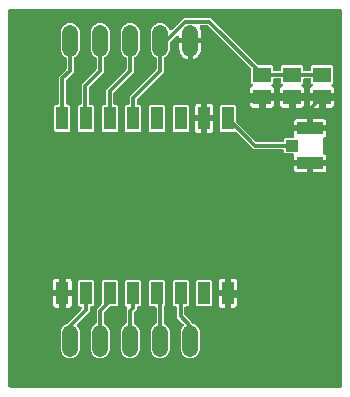
<source format=gbr>
G04 EAGLE Gerber RS-274X export*
G75*
%MOMM*%
%FSLAX34Y34*%
%LPD*%
%INTop Copper*%
%IPPOS*%
%AMOC8*
5,1,8,0,0,1.08239X$1,22.5*%
G01*
%ADD10R,1.050000X1.000000*%
%ADD11R,2.200000X1.050000*%
%ADD12R,1.050000X1.950000*%
%ADD13C,1.320800*%
%ADD14R,1.500000X1.300000*%
%ADD15C,0.304800*%

G36*
X711226Y-14220D02*
X711226Y-14220D01*
X711252Y-14222D01*
X711399Y-14200D01*
X711546Y-14183D01*
X711571Y-14175D01*
X711597Y-14171D01*
X711735Y-14116D01*
X711874Y-14066D01*
X711896Y-14052D01*
X711921Y-14042D01*
X712042Y-13957D01*
X712167Y-13877D01*
X712185Y-13858D01*
X712207Y-13843D01*
X712306Y-13733D01*
X712409Y-13626D01*
X712423Y-13604D01*
X712440Y-13584D01*
X712512Y-13454D01*
X712588Y-13327D01*
X712596Y-13302D01*
X712609Y-13279D01*
X712649Y-13136D01*
X712694Y-12995D01*
X712696Y-12969D01*
X712704Y-12944D01*
X712723Y-12700D01*
X712723Y304800D01*
X712720Y304826D01*
X712722Y304852D01*
X712700Y304999D01*
X712683Y305146D01*
X712675Y305171D01*
X712671Y305197D01*
X712616Y305335D01*
X712566Y305474D01*
X712552Y305496D01*
X712542Y305521D01*
X712457Y305642D01*
X712377Y305767D01*
X712358Y305785D01*
X712343Y305807D01*
X712233Y305906D01*
X712126Y306009D01*
X712104Y306023D01*
X712084Y306040D01*
X711954Y306112D01*
X711827Y306188D01*
X711802Y306196D01*
X711779Y306209D01*
X711636Y306249D01*
X711495Y306294D01*
X711469Y306296D01*
X711444Y306304D01*
X711200Y306323D01*
X431800Y306323D01*
X431774Y306320D01*
X431748Y306322D01*
X431601Y306300D01*
X431454Y306283D01*
X431429Y306275D01*
X431403Y306271D01*
X431265Y306216D01*
X431126Y306166D01*
X431104Y306152D01*
X431079Y306142D01*
X430958Y306057D01*
X430833Y305977D01*
X430815Y305958D01*
X430793Y305943D01*
X430694Y305833D01*
X430591Y305726D01*
X430577Y305704D01*
X430560Y305684D01*
X430488Y305554D01*
X430412Y305427D01*
X430404Y305402D01*
X430391Y305379D01*
X430351Y305236D01*
X430306Y305095D01*
X430304Y305069D01*
X430296Y305044D01*
X430277Y304800D01*
X430277Y-12700D01*
X430280Y-12726D01*
X430278Y-12752D01*
X430300Y-12899D01*
X430317Y-13046D01*
X430325Y-13071D01*
X430329Y-13097D01*
X430384Y-13235D01*
X430434Y-13374D01*
X430448Y-13396D01*
X430458Y-13421D01*
X430543Y-13542D01*
X430623Y-13667D01*
X430642Y-13685D01*
X430657Y-13707D01*
X430767Y-13806D01*
X430874Y-13909D01*
X430896Y-13923D01*
X430916Y-13940D01*
X431046Y-14012D01*
X431173Y-14088D01*
X431198Y-14096D01*
X431221Y-14109D01*
X431364Y-14149D01*
X431505Y-14194D01*
X431531Y-14196D01*
X431556Y-14204D01*
X431800Y-14223D01*
X711200Y-14223D01*
X711226Y-14220D01*
G37*
%LPC*%
G36*
X530218Y202425D02*
X530218Y202425D01*
X529325Y203318D01*
X529325Y224082D01*
X530218Y224975D01*
X531528Y224975D01*
X531554Y224978D01*
X531580Y224976D01*
X531727Y224998D01*
X531874Y225015D01*
X531899Y225023D01*
X531925Y225027D01*
X532063Y225082D01*
X532202Y225132D01*
X532224Y225146D01*
X532249Y225156D01*
X532370Y225241D01*
X532495Y225321D01*
X532513Y225340D01*
X532535Y225355D01*
X532634Y225465D01*
X532737Y225572D01*
X532751Y225594D01*
X532768Y225614D01*
X532840Y225744D01*
X532916Y225871D01*
X532924Y225896D01*
X532937Y225919D01*
X532977Y226062D01*
X533022Y226203D01*
X533024Y226229D01*
X533032Y226254D01*
X533051Y226498D01*
X533051Y232563D01*
X555305Y254817D01*
X555384Y254916D01*
X555468Y255010D01*
X555492Y255052D01*
X555522Y255090D01*
X555576Y255204D01*
X555637Y255315D01*
X555650Y255361D01*
X555671Y255405D01*
X555697Y255528D01*
X555732Y255650D01*
X555737Y255711D01*
X555744Y255746D01*
X555743Y255794D01*
X555751Y255894D01*
X555751Y264243D01*
X555743Y264318D01*
X555744Y264395D01*
X555723Y264491D01*
X555711Y264589D01*
X555686Y264661D01*
X555669Y264735D01*
X555627Y264824D01*
X555594Y264917D01*
X555552Y264981D01*
X555520Y265050D01*
X555458Y265127D01*
X555405Y265210D01*
X555350Y265263D01*
X555302Y265323D01*
X555225Y265383D01*
X555154Y265452D01*
X555089Y265491D01*
X555029Y265538D01*
X554895Y265607D01*
X554855Y265631D01*
X554837Y265636D01*
X554811Y265650D01*
X554195Y265905D01*
X551909Y268191D01*
X550671Y271179D01*
X550671Y287621D01*
X551909Y290609D01*
X554195Y292895D01*
X557183Y294133D01*
X560417Y294133D01*
X563405Y292895D01*
X565691Y290609D01*
X566328Y289072D01*
X566401Y288941D01*
X566470Y288807D01*
X566485Y288788D01*
X566497Y288767D01*
X566598Y288656D01*
X566695Y288541D01*
X566715Y288527D01*
X566731Y288509D01*
X566855Y288424D01*
X566976Y288334D01*
X566998Y288325D01*
X567018Y288311D01*
X567158Y288256D01*
X567296Y288196D01*
X567320Y288192D01*
X567342Y288183D01*
X567491Y288161D01*
X567639Y288135D01*
X567663Y288136D01*
X567687Y288132D01*
X567837Y288145D01*
X567987Y288152D01*
X568010Y288159D01*
X568034Y288161D01*
X568177Y288207D01*
X568322Y288249D01*
X568343Y288261D01*
X568366Y288268D01*
X568495Y288346D01*
X568626Y288419D01*
X568648Y288438D01*
X568664Y288448D01*
X568698Y288481D01*
X568812Y288578D01*
X576707Y296473D01*
X578939Y298705D01*
X601567Y298705D01*
X641001Y259271D01*
X641100Y259192D01*
X641194Y259108D01*
X641236Y259084D01*
X641274Y259054D01*
X641388Y259000D01*
X641499Y258939D01*
X641545Y258926D01*
X641589Y258905D01*
X641712Y258879D01*
X641834Y258844D01*
X641895Y258839D01*
X641930Y258832D01*
X641978Y258833D01*
X642078Y258825D01*
X653292Y258825D01*
X654185Y257932D01*
X654185Y255372D01*
X654187Y255354D01*
X654186Y255340D01*
X654187Y255333D01*
X654186Y255320D01*
X654208Y255173D01*
X654225Y255026D01*
X654233Y255001D01*
X654237Y254975D01*
X654292Y254837D01*
X654342Y254698D01*
X654356Y254676D01*
X654366Y254651D01*
X654451Y254530D01*
X654531Y254405D01*
X654550Y254387D01*
X654565Y254365D01*
X654675Y254266D01*
X654782Y254163D01*
X654804Y254149D01*
X654824Y254132D01*
X654954Y254060D01*
X655081Y253984D01*
X655106Y253976D01*
X655129Y253963D01*
X655272Y253923D01*
X655413Y253878D01*
X655439Y253876D01*
X655464Y253868D01*
X655708Y253849D01*
X660012Y253849D01*
X660038Y253852D01*
X660064Y253850D01*
X660211Y253872D01*
X660358Y253889D01*
X660383Y253897D01*
X660409Y253901D01*
X660547Y253956D01*
X660686Y254006D01*
X660708Y254020D01*
X660733Y254030D01*
X660854Y254115D01*
X660979Y254195D01*
X660997Y254214D01*
X661019Y254229D01*
X661118Y254339D01*
X661221Y254446D01*
X661235Y254468D01*
X661252Y254488D01*
X661324Y254618D01*
X661400Y254745D01*
X661408Y254770D01*
X661421Y254793D01*
X661461Y254936D01*
X661506Y255077D01*
X661508Y255103D01*
X661516Y255128D01*
X661535Y255372D01*
X661535Y257932D01*
X662428Y258825D01*
X678692Y258825D01*
X679585Y257932D01*
X679585Y255372D01*
X679587Y255354D01*
X679586Y255340D01*
X679587Y255333D01*
X679586Y255320D01*
X679608Y255173D01*
X679625Y255026D01*
X679633Y255001D01*
X679637Y254975D01*
X679692Y254837D01*
X679742Y254698D01*
X679756Y254676D01*
X679766Y254651D01*
X679851Y254530D01*
X679931Y254405D01*
X679950Y254387D01*
X679965Y254365D01*
X680075Y254266D01*
X680182Y254163D01*
X680204Y254149D01*
X680224Y254132D01*
X680354Y254060D01*
X680481Y253984D01*
X680506Y253976D01*
X680529Y253963D01*
X680672Y253923D01*
X680813Y253878D01*
X680839Y253876D01*
X680864Y253868D01*
X681108Y253849D01*
X685412Y253849D01*
X685438Y253852D01*
X685464Y253850D01*
X685611Y253872D01*
X685758Y253889D01*
X685783Y253897D01*
X685809Y253901D01*
X685947Y253956D01*
X686086Y254006D01*
X686108Y254020D01*
X686133Y254030D01*
X686254Y254115D01*
X686379Y254195D01*
X686397Y254214D01*
X686419Y254229D01*
X686518Y254339D01*
X686621Y254446D01*
X686635Y254468D01*
X686652Y254488D01*
X686724Y254618D01*
X686800Y254745D01*
X686808Y254770D01*
X686821Y254793D01*
X686861Y254936D01*
X686906Y255077D01*
X686908Y255103D01*
X686916Y255128D01*
X686935Y255372D01*
X686935Y257932D01*
X687828Y258825D01*
X704092Y258825D01*
X704985Y257932D01*
X704985Y243668D01*
X704287Y242971D01*
X704255Y242930D01*
X704217Y242896D01*
X704147Y242795D01*
X704070Y242698D01*
X704048Y242651D01*
X704019Y242609D01*
X703974Y242494D01*
X703921Y242382D01*
X703911Y242333D01*
X703892Y242285D01*
X703874Y242163D01*
X703848Y242042D01*
X703849Y241991D01*
X703841Y241940D01*
X703852Y241817D01*
X703854Y241693D01*
X703866Y241644D01*
X703871Y241593D01*
X703909Y241475D01*
X703939Y241355D01*
X703962Y241310D01*
X703978Y241261D01*
X704042Y241155D01*
X704099Y241046D01*
X704132Y241007D01*
X704158Y240963D01*
X704244Y240874D01*
X704324Y240780D01*
X704365Y240750D01*
X704401Y240713D01*
X704602Y240574D01*
X705020Y240333D01*
X705493Y239860D01*
X705828Y239281D01*
X706001Y238635D01*
X706001Y234847D01*
X697484Y234847D01*
X697458Y234844D01*
X697432Y234846D01*
X697285Y234824D01*
X697138Y234807D01*
X697113Y234798D01*
X697087Y234795D01*
X696949Y234740D01*
X696810Y234690D01*
X696788Y234676D01*
X696763Y234666D01*
X696642Y234581D01*
X696517Y234501D01*
X696499Y234482D01*
X696477Y234467D01*
X696378Y234357D01*
X696275Y234250D01*
X696261Y234228D01*
X696244Y234208D01*
X696172Y234078D01*
X696096Y233951D01*
X696088Y233926D01*
X696075Y233903D01*
X696035Y233760D01*
X695990Y233619D01*
X695988Y233593D01*
X695980Y233568D01*
X695961Y233324D01*
X695961Y231799D01*
X695959Y231799D01*
X695959Y233324D01*
X695956Y233350D01*
X695958Y233376D01*
X695936Y233523D01*
X695919Y233670D01*
X695910Y233695D01*
X695907Y233721D01*
X695852Y233859D01*
X695802Y233998D01*
X695788Y234020D01*
X695778Y234045D01*
X695693Y234166D01*
X695613Y234291D01*
X695594Y234309D01*
X695579Y234331D01*
X695469Y234430D01*
X695362Y234533D01*
X695340Y234547D01*
X695320Y234564D01*
X695190Y234636D01*
X695063Y234712D01*
X695038Y234720D01*
X695015Y234733D01*
X694872Y234773D01*
X694731Y234818D01*
X694705Y234820D01*
X694680Y234828D01*
X694436Y234847D01*
X685919Y234847D01*
X685919Y238635D01*
X686092Y239281D01*
X686427Y239860D01*
X686900Y240333D01*
X687318Y240574D01*
X687359Y240605D01*
X687404Y240628D01*
X687498Y240708D01*
X687598Y240782D01*
X687631Y240821D01*
X687669Y240854D01*
X687743Y240953D01*
X687823Y241048D01*
X687846Y241093D01*
X687877Y241134D01*
X687926Y241248D01*
X687982Y241358D01*
X687994Y241407D01*
X688015Y241454D01*
X688036Y241576D01*
X688066Y241696D01*
X688067Y241747D01*
X688076Y241797D01*
X688070Y241921D01*
X688072Y242044D01*
X688061Y242094D01*
X688058Y242145D01*
X688024Y242264D01*
X687998Y242385D01*
X687976Y242431D01*
X687962Y242480D01*
X687901Y242588D01*
X687848Y242700D01*
X687817Y242740D01*
X687792Y242784D01*
X687633Y242971D01*
X686935Y243668D01*
X686935Y246228D01*
X686932Y246254D01*
X686934Y246280D01*
X686912Y246427D01*
X686895Y246574D01*
X686887Y246599D01*
X686883Y246625D01*
X686828Y246763D01*
X686778Y246902D01*
X686764Y246924D01*
X686754Y246949D01*
X686669Y247070D01*
X686589Y247195D01*
X686570Y247213D01*
X686555Y247235D01*
X686445Y247334D01*
X686338Y247437D01*
X686316Y247451D01*
X686296Y247468D01*
X686166Y247540D01*
X686039Y247616D01*
X686014Y247624D01*
X685991Y247637D01*
X685848Y247677D01*
X685707Y247722D01*
X685681Y247724D01*
X685656Y247732D01*
X685412Y247751D01*
X681108Y247751D01*
X681082Y247748D01*
X681056Y247750D01*
X680909Y247728D01*
X680762Y247711D01*
X680737Y247703D01*
X680711Y247699D01*
X680573Y247644D01*
X680434Y247594D01*
X680412Y247580D01*
X680387Y247570D01*
X680266Y247485D01*
X680141Y247405D01*
X680123Y247386D01*
X680101Y247371D01*
X680002Y247261D01*
X679899Y247154D01*
X679885Y247132D01*
X679868Y247112D01*
X679796Y246982D01*
X679720Y246855D01*
X679712Y246830D01*
X679699Y246807D01*
X679659Y246664D01*
X679614Y246523D01*
X679612Y246497D01*
X679604Y246472D01*
X679585Y246228D01*
X679585Y243668D01*
X678887Y242971D01*
X678855Y242930D01*
X678817Y242896D01*
X678747Y242795D01*
X678670Y242698D01*
X678648Y242651D01*
X678619Y242609D01*
X678574Y242494D01*
X678521Y242382D01*
X678511Y242333D01*
X678492Y242285D01*
X678474Y242163D01*
X678448Y242042D01*
X678449Y241991D01*
X678441Y241940D01*
X678452Y241817D01*
X678454Y241693D01*
X678466Y241644D01*
X678471Y241593D01*
X678509Y241475D01*
X678539Y241355D01*
X678562Y241310D01*
X678578Y241261D01*
X678642Y241155D01*
X678699Y241046D01*
X678732Y241007D01*
X678758Y240963D01*
X678844Y240874D01*
X678924Y240780D01*
X678965Y240750D01*
X679001Y240713D01*
X679202Y240574D01*
X679620Y240333D01*
X680093Y239860D01*
X680428Y239281D01*
X680601Y238635D01*
X680601Y234847D01*
X672084Y234847D01*
X672058Y234844D01*
X672032Y234846D01*
X671885Y234824D01*
X671738Y234807D01*
X671713Y234798D01*
X671687Y234795D01*
X671549Y234740D01*
X671410Y234690D01*
X671388Y234676D01*
X671363Y234666D01*
X671242Y234581D01*
X671117Y234501D01*
X671099Y234482D01*
X671077Y234467D01*
X670978Y234357D01*
X670875Y234250D01*
X670861Y234228D01*
X670844Y234208D01*
X670772Y234078D01*
X670696Y233951D01*
X670688Y233926D01*
X670675Y233903D01*
X670635Y233760D01*
X670590Y233619D01*
X670588Y233593D01*
X670580Y233568D01*
X670561Y233324D01*
X670561Y231799D01*
X670559Y231799D01*
X670559Y233324D01*
X670556Y233350D01*
X670558Y233376D01*
X670536Y233523D01*
X670519Y233670D01*
X670510Y233695D01*
X670507Y233721D01*
X670452Y233859D01*
X670402Y233998D01*
X670388Y234020D01*
X670378Y234045D01*
X670293Y234166D01*
X670213Y234291D01*
X670194Y234309D01*
X670179Y234331D01*
X670069Y234430D01*
X669962Y234533D01*
X669940Y234547D01*
X669920Y234564D01*
X669790Y234636D01*
X669663Y234712D01*
X669638Y234720D01*
X669615Y234733D01*
X669472Y234773D01*
X669331Y234818D01*
X669305Y234820D01*
X669280Y234828D01*
X669036Y234847D01*
X660519Y234847D01*
X660519Y238635D01*
X660692Y239281D01*
X661027Y239860D01*
X661500Y240333D01*
X661918Y240574D01*
X661959Y240605D01*
X662004Y240628D01*
X662098Y240708D01*
X662198Y240782D01*
X662231Y240821D01*
X662269Y240854D01*
X662343Y240953D01*
X662423Y241048D01*
X662446Y241093D01*
X662477Y241134D01*
X662526Y241248D01*
X662582Y241358D01*
X662594Y241407D01*
X662615Y241454D01*
X662636Y241576D01*
X662666Y241696D01*
X662667Y241747D01*
X662676Y241797D01*
X662670Y241921D01*
X662672Y242044D01*
X662661Y242094D01*
X662658Y242145D01*
X662624Y242264D01*
X662598Y242385D01*
X662576Y242431D01*
X662562Y242480D01*
X662501Y242588D01*
X662448Y242700D01*
X662417Y242740D01*
X662392Y242784D01*
X662233Y242971D01*
X661535Y243668D01*
X661535Y246228D01*
X661532Y246254D01*
X661534Y246280D01*
X661512Y246427D01*
X661495Y246574D01*
X661487Y246599D01*
X661483Y246625D01*
X661428Y246763D01*
X661378Y246902D01*
X661364Y246924D01*
X661354Y246949D01*
X661269Y247070D01*
X661189Y247195D01*
X661170Y247213D01*
X661155Y247235D01*
X661045Y247334D01*
X660938Y247437D01*
X660916Y247451D01*
X660896Y247468D01*
X660766Y247540D01*
X660639Y247616D01*
X660614Y247624D01*
X660591Y247637D01*
X660448Y247677D01*
X660307Y247722D01*
X660281Y247724D01*
X660256Y247732D01*
X660012Y247751D01*
X655708Y247751D01*
X655682Y247748D01*
X655656Y247750D01*
X655509Y247728D01*
X655362Y247711D01*
X655337Y247703D01*
X655311Y247699D01*
X655173Y247644D01*
X655034Y247594D01*
X655012Y247580D01*
X654987Y247570D01*
X654866Y247485D01*
X654741Y247405D01*
X654723Y247386D01*
X654701Y247371D01*
X654602Y247261D01*
X654499Y247154D01*
X654485Y247132D01*
X654468Y247112D01*
X654396Y246982D01*
X654320Y246855D01*
X654312Y246830D01*
X654299Y246807D01*
X654259Y246664D01*
X654214Y246523D01*
X654212Y246497D01*
X654204Y246472D01*
X654185Y246228D01*
X654185Y243668D01*
X653487Y242971D01*
X653455Y242930D01*
X653417Y242896D01*
X653347Y242795D01*
X653270Y242698D01*
X653248Y242651D01*
X653219Y242609D01*
X653174Y242494D01*
X653121Y242382D01*
X653111Y242333D01*
X653092Y242285D01*
X653074Y242163D01*
X653048Y242042D01*
X653049Y241991D01*
X653041Y241940D01*
X653052Y241817D01*
X653054Y241693D01*
X653066Y241644D01*
X653071Y241593D01*
X653109Y241475D01*
X653139Y241355D01*
X653162Y241310D01*
X653178Y241261D01*
X653242Y241155D01*
X653299Y241046D01*
X653332Y241007D01*
X653358Y240963D01*
X653444Y240874D01*
X653524Y240780D01*
X653565Y240750D01*
X653601Y240713D01*
X653802Y240574D01*
X654220Y240333D01*
X654693Y239860D01*
X655028Y239281D01*
X655201Y238635D01*
X655201Y234847D01*
X646684Y234847D01*
X646658Y234844D01*
X646632Y234846D01*
X646485Y234824D01*
X646338Y234807D01*
X646313Y234798D01*
X646287Y234795D01*
X646149Y234740D01*
X646010Y234690D01*
X645988Y234676D01*
X645963Y234666D01*
X645842Y234581D01*
X645717Y234501D01*
X645699Y234482D01*
X645677Y234467D01*
X645578Y234357D01*
X645475Y234250D01*
X645461Y234228D01*
X645444Y234208D01*
X645372Y234078D01*
X645296Y233951D01*
X645288Y233926D01*
X645275Y233903D01*
X645235Y233760D01*
X645190Y233619D01*
X645188Y233593D01*
X645180Y233568D01*
X645161Y233324D01*
X645161Y231799D01*
X645159Y231799D01*
X645159Y233324D01*
X645156Y233350D01*
X645158Y233376D01*
X645136Y233523D01*
X645119Y233670D01*
X645110Y233695D01*
X645107Y233721D01*
X645052Y233859D01*
X645002Y233998D01*
X644988Y234020D01*
X644978Y234045D01*
X644893Y234166D01*
X644813Y234291D01*
X644794Y234309D01*
X644779Y234331D01*
X644669Y234430D01*
X644562Y234533D01*
X644540Y234547D01*
X644520Y234564D01*
X644390Y234636D01*
X644263Y234712D01*
X644238Y234720D01*
X644215Y234733D01*
X644072Y234773D01*
X643931Y234818D01*
X643905Y234820D01*
X643880Y234828D01*
X643636Y234847D01*
X635119Y234847D01*
X635119Y238635D01*
X635292Y239281D01*
X635627Y239860D01*
X636100Y240333D01*
X636518Y240574D01*
X636559Y240605D01*
X636604Y240628D01*
X636698Y240708D01*
X636798Y240782D01*
X636831Y240821D01*
X636869Y240854D01*
X636943Y240953D01*
X637023Y241048D01*
X637046Y241093D01*
X637077Y241134D01*
X637126Y241248D01*
X637182Y241358D01*
X637194Y241407D01*
X637215Y241454D01*
X637236Y241576D01*
X637266Y241696D01*
X637267Y241747D01*
X637276Y241797D01*
X637270Y241921D01*
X637272Y242044D01*
X637261Y242094D01*
X637258Y242145D01*
X637224Y242264D01*
X637198Y242385D01*
X637176Y242431D01*
X637162Y242480D01*
X637101Y242588D01*
X637048Y242700D01*
X637017Y242740D01*
X636992Y242784D01*
X636833Y242971D01*
X636135Y243668D01*
X636135Y254882D01*
X636121Y255008D01*
X636114Y255134D01*
X636101Y255180D01*
X636095Y255228D01*
X636053Y255347D01*
X636018Y255469D01*
X635994Y255511D01*
X635978Y255557D01*
X635909Y255663D01*
X635848Y255773D01*
X635808Y255819D01*
X635789Y255849D01*
X635754Y255883D01*
X635689Y255959D01*
X599487Y292161D01*
X599388Y292240D01*
X599294Y292324D01*
X599252Y292348D01*
X599214Y292378D01*
X599100Y292432D01*
X598989Y292493D01*
X598943Y292506D01*
X598899Y292527D01*
X598776Y292553D01*
X598654Y292588D01*
X598593Y292593D01*
X598558Y292600D01*
X598510Y292599D01*
X598410Y292607D01*
X593585Y292607D01*
X593549Y292603D01*
X593513Y292606D01*
X593376Y292583D01*
X593238Y292567D01*
X593205Y292555D01*
X593169Y292550D01*
X593041Y292497D01*
X592910Y292450D01*
X592880Y292430D01*
X592847Y292417D01*
X592734Y292336D01*
X592617Y292261D01*
X592593Y292235D01*
X592563Y292214D01*
X592472Y292110D01*
X592375Y292010D01*
X592357Y291979D01*
X592333Y291952D01*
X592268Y291830D01*
X592196Y291711D01*
X592185Y291677D01*
X592168Y291645D01*
X592132Y291511D01*
X592090Y291379D01*
X592087Y291343D01*
X592078Y291309D01*
X592073Y291170D01*
X592062Y291032D01*
X592068Y290996D01*
X592066Y290960D01*
X592093Y290824D01*
X592114Y290687D01*
X592127Y290654D01*
X592134Y290619D01*
X592227Y290392D01*
X592675Y289514D01*
X593120Y288146D01*
X593345Y286724D01*
X593345Y281431D01*
X584708Y281431D01*
X584682Y281428D01*
X584656Y281430D01*
X584509Y281408D01*
X584362Y281391D01*
X584337Y281383D01*
X584311Y281379D01*
X584204Y281336D01*
X584128Y281357D01*
X583987Y281402D01*
X583961Y281404D01*
X583936Y281412D01*
X583692Y281431D01*
X575055Y281431D01*
X575055Y282520D01*
X575044Y282620D01*
X575042Y282720D01*
X575024Y282793D01*
X575015Y282866D01*
X574982Y282961D01*
X574957Y283058D01*
X574923Y283125D01*
X574898Y283195D01*
X574843Y283279D01*
X574797Y283368D01*
X574749Y283425D01*
X574709Y283487D01*
X574637Y283557D01*
X574572Y283634D01*
X574512Y283678D01*
X574458Y283730D01*
X574372Y283781D01*
X574291Y283841D01*
X574223Y283870D01*
X574159Y283908D01*
X574063Y283939D01*
X573971Y283979D01*
X573898Y283992D01*
X573827Y284015D01*
X573727Y284023D01*
X573628Y284040D01*
X573554Y284037D01*
X573480Y284043D01*
X573380Y284028D01*
X573280Y284023D01*
X573209Y284002D01*
X573135Y283991D01*
X573042Y283954D01*
X572945Y283926D01*
X572880Y283890D01*
X572811Y283862D01*
X572729Y283805D01*
X572641Y283756D01*
X572565Y283691D01*
X572525Y283663D01*
X572501Y283637D01*
X572455Y283597D01*
X567375Y278517D01*
X567296Y278418D01*
X567212Y278324D01*
X567188Y278282D01*
X567158Y278244D01*
X567104Y278130D01*
X567043Y278019D01*
X567030Y277973D01*
X567009Y277929D01*
X566983Y277806D01*
X566948Y277684D01*
X566943Y277623D01*
X566936Y277588D01*
X566937Y277540D01*
X566929Y277440D01*
X566929Y271179D01*
X565691Y268191D01*
X563405Y265905D01*
X562789Y265650D01*
X562722Y265613D01*
X562651Y265584D01*
X562571Y265528D01*
X562484Y265481D01*
X562428Y265429D01*
X562365Y265386D01*
X562299Y265313D01*
X562226Y265246D01*
X562183Y265183D01*
X562132Y265127D01*
X562084Y265041D01*
X562028Y264960D01*
X562000Y264889D01*
X561963Y264822D01*
X561936Y264727D01*
X561900Y264635D01*
X561889Y264560D01*
X561868Y264486D01*
X561856Y264337D01*
X561849Y264291D01*
X561851Y264272D01*
X561849Y264243D01*
X561849Y252737D01*
X539595Y230483D01*
X539516Y230384D01*
X539432Y230290D01*
X539408Y230248D01*
X539378Y230210D01*
X539324Y230096D01*
X539263Y229985D01*
X539250Y229939D01*
X539229Y229895D01*
X539203Y229772D01*
X539168Y229650D01*
X539163Y229589D01*
X539156Y229554D01*
X539157Y229506D01*
X539149Y229406D01*
X539149Y226498D01*
X539152Y226472D01*
X539150Y226446D01*
X539172Y226299D01*
X539189Y226152D01*
X539197Y226127D01*
X539201Y226101D01*
X539256Y225963D01*
X539306Y225824D01*
X539320Y225802D01*
X539330Y225777D01*
X539415Y225656D01*
X539495Y225531D01*
X539514Y225513D01*
X539529Y225491D01*
X539639Y225392D01*
X539746Y225289D01*
X539768Y225275D01*
X539788Y225258D01*
X539918Y225186D01*
X540045Y225110D01*
X540070Y225102D01*
X540093Y225089D01*
X540236Y225049D01*
X540377Y225004D01*
X540403Y225002D01*
X540428Y224994D01*
X540672Y224975D01*
X541982Y224975D01*
X542875Y224082D01*
X542875Y203318D01*
X541982Y202425D01*
X530218Y202425D01*
G37*
%LPD*%
%LPC*%
G36*
X685732Y177957D02*
X685732Y177957D01*
X685625Y178060D01*
X685602Y178074D01*
X685583Y178091D01*
X685453Y178163D01*
X685326Y178239D01*
X685301Y178247D01*
X685278Y178260D01*
X685135Y178300D01*
X684994Y178345D01*
X684968Y178347D01*
X684943Y178355D01*
X684699Y178374D01*
X672259Y178374D01*
X672259Y181334D01*
X672453Y182058D01*
X672461Y182108D01*
X672476Y182157D01*
X672486Y182280D01*
X672504Y182402D01*
X672500Y182453D01*
X672504Y182504D01*
X672486Y182627D01*
X672476Y182750D01*
X672460Y182798D01*
X672452Y182849D01*
X672407Y182964D01*
X672369Y183082D01*
X672343Y183125D01*
X672324Y183173D01*
X672253Y183274D01*
X672189Y183380D01*
X672154Y183417D01*
X672125Y183459D01*
X672033Y183542D01*
X671947Y183631D01*
X671904Y183658D01*
X671866Y183692D01*
X671757Y183752D01*
X671654Y183819D01*
X671606Y183836D01*
X671561Y183861D01*
X671442Y183895D01*
X671325Y183936D01*
X671275Y183942D01*
X671226Y183956D01*
X670982Y183975D01*
X664668Y183975D01*
X663775Y184868D01*
X663775Y185928D01*
X663772Y185954D01*
X663774Y185980D01*
X663752Y186127D01*
X663735Y186274D01*
X663727Y186299D01*
X663723Y186325D01*
X663668Y186463D01*
X663618Y186602D01*
X663604Y186624D01*
X663594Y186649D01*
X663509Y186770D01*
X663429Y186895D01*
X663410Y186913D01*
X663395Y186935D01*
X663285Y187034D01*
X663178Y187137D01*
X663156Y187151D01*
X663136Y187168D01*
X663006Y187240D01*
X662879Y187316D01*
X662854Y187324D01*
X662831Y187337D01*
X662688Y187377D01*
X662547Y187422D01*
X662521Y187424D01*
X662496Y187432D01*
X662252Y187451D01*
X638037Y187451D01*
X623509Y201979D01*
X623410Y202058D01*
X623316Y202142D01*
X623274Y202166D01*
X623236Y202196D01*
X623122Y202250D01*
X623011Y202311D01*
X622965Y202324D01*
X622921Y202345D01*
X622798Y202371D01*
X622676Y202406D01*
X622615Y202411D01*
X622580Y202418D01*
X622532Y202417D01*
X622432Y202425D01*
X610218Y202425D01*
X609325Y203318D01*
X609325Y224082D01*
X610218Y224975D01*
X621982Y224975D01*
X622875Y224082D01*
X622875Y211868D01*
X622889Y211742D01*
X622896Y211616D01*
X622909Y211570D01*
X622915Y211522D01*
X622957Y211403D01*
X622992Y211281D01*
X623016Y211239D01*
X623032Y211193D01*
X623101Y211087D01*
X623162Y210977D01*
X623202Y210931D01*
X623221Y210901D01*
X623256Y210867D01*
X623321Y210791D01*
X640117Y193995D01*
X640216Y193916D01*
X640310Y193832D01*
X640352Y193808D01*
X640390Y193778D01*
X640504Y193724D01*
X640615Y193663D01*
X640661Y193650D01*
X640705Y193629D01*
X640828Y193603D01*
X640950Y193568D01*
X641011Y193563D01*
X641046Y193556D01*
X641094Y193557D01*
X641194Y193549D01*
X662252Y193549D01*
X662278Y193552D01*
X662304Y193550D01*
X662451Y193572D01*
X662598Y193589D01*
X662623Y193597D01*
X662649Y193601D01*
X662787Y193656D01*
X662926Y193706D01*
X662948Y193720D01*
X662973Y193730D01*
X663094Y193815D01*
X663219Y193895D01*
X663237Y193914D01*
X663259Y193929D01*
X663358Y194039D01*
X663461Y194146D01*
X663475Y194168D01*
X663492Y194188D01*
X663564Y194318D01*
X663640Y194445D01*
X663648Y194470D01*
X663661Y194493D01*
X663701Y194636D01*
X663746Y194777D01*
X663748Y194803D01*
X663756Y194828D01*
X663775Y195072D01*
X663775Y196132D01*
X664668Y197025D01*
X670982Y197025D01*
X671032Y197031D01*
X671083Y197028D01*
X671205Y197050D01*
X671328Y197065D01*
X671376Y197082D01*
X671426Y197091D01*
X671540Y197140D01*
X671656Y197182D01*
X671699Y197210D01*
X671746Y197230D01*
X671845Y197304D01*
X671949Y197371D01*
X671984Y197408D01*
X672025Y197438D01*
X672105Y197533D01*
X672191Y197622D01*
X672217Y197666D01*
X672250Y197705D01*
X672306Y197815D01*
X672370Y197921D01*
X672385Y197969D01*
X672409Y198015D01*
X672438Y198135D01*
X672476Y198253D01*
X672480Y198304D01*
X672492Y198353D01*
X672494Y198477D01*
X672504Y198600D01*
X672497Y198651D01*
X672497Y198702D01*
X672453Y198942D01*
X672259Y199666D01*
X672259Y202626D01*
X684699Y202626D01*
X684725Y202629D01*
X684751Y202627D01*
X684898Y202649D01*
X685045Y202666D01*
X685070Y202674D01*
X685096Y202678D01*
X685233Y202733D01*
X685373Y202783D01*
X685395Y202797D01*
X685420Y202807D01*
X685541Y202892D01*
X685666Y202972D01*
X685684Y202991D01*
X685706Y203006D01*
X685797Y203107D01*
X685868Y203043D01*
X685975Y202940D01*
X685998Y202926D01*
X686017Y202909D01*
X686147Y202837D01*
X686274Y202761D01*
X686299Y202753D01*
X686322Y202740D01*
X686465Y202700D01*
X686606Y202655D01*
X686632Y202652D01*
X686657Y202645D01*
X686901Y202626D01*
X699341Y202626D01*
X699341Y199665D01*
X699168Y199019D01*
X698833Y198440D01*
X698360Y197967D01*
X697677Y197572D01*
X697606Y197544D01*
X697604Y197543D01*
X697603Y197543D01*
X697466Y197448D01*
X697319Y197346D01*
X697318Y197345D01*
X697317Y197344D01*
X697199Y197213D01*
X697085Y197088D01*
X697085Y197086D01*
X697084Y197085D01*
X696993Y196920D01*
X696916Y196783D01*
X696916Y196781D01*
X696915Y196780D01*
X696867Y196611D01*
X696821Y196448D01*
X696821Y196446D01*
X696820Y196445D01*
X696801Y196201D01*
X696801Y184799D01*
X696801Y184798D01*
X696801Y184796D01*
X696821Y184623D01*
X696841Y184453D01*
X696841Y184451D01*
X696841Y184450D01*
X696900Y184286D01*
X696958Y184125D01*
X696959Y184123D01*
X696959Y184122D01*
X697056Y183973D01*
X697147Y183832D01*
X697148Y183831D01*
X697149Y183830D01*
X697272Y183711D01*
X697398Y183590D01*
X697399Y183589D01*
X697400Y183588D01*
X697544Y183502D01*
X697697Y183411D01*
X697698Y183410D01*
X697699Y183410D01*
X697721Y183402D01*
X698360Y183033D01*
X698833Y182560D01*
X699168Y181981D01*
X699341Y181335D01*
X699341Y178374D01*
X686901Y178374D01*
X686875Y178371D01*
X686849Y178373D01*
X686702Y178351D01*
X686555Y178334D01*
X686530Y178326D01*
X686504Y178322D01*
X686367Y178267D01*
X686227Y178217D01*
X686205Y178203D01*
X686180Y178193D01*
X686059Y178108D01*
X685934Y178028D01*
X685916Y178009D01*
X685894Y177994D01*
X685803Y177893D01*
X685732Y177957D01*
G37*
%LPD*%
%LPC*%
G36*
X510218Y202425D02*
X510218Y202425D01*
X509325Y203318D01*
X509325Y224082D01*
X510218Y224975D01*
X511528Y224975D01*
X511554Y224978D01*
X511580Y224976D01*
X511727Y224998D01*
X511874Y225015D01*
X511899Y225023D01*
X511925Y225027D01*
X512063Y225082D01*
X512202Y225132D01*
X512224Y225146D01*
X512249Y225156D01*
X512370Y225241D01*
X512495Y225321D01*
X512513Y225340D01*
X512535Y225355D01*
X512634Y225465D01*
X512737Y225572D01*
X512751Y225594D01*
X512768Y225614D01*
X512840Y225744D01*
X512916Y225871D01*
X512924Y225896D01*
X512937Y225919D01*
X512977Y226062D01*
X513022Y226203D01*
X513024Y226229D01*
X513032Y226254D01*
X513051Y226498D01*
X513051Y237963D01*
X529905Y254817D01*
X529984Y254916D01*
X530068Y255010D01*
X530092Y255052D01*
X530122Y255090D01*
X530176Y255204D01*
X530237Y255315D01*
X530250Y255361D01*
X530271Y255405D01*
X530297Y255528D01*
X530332Y255650D01*
X530337Y255711D01*
X530344Y255746D01*
X530343Y255794D01*
X530351Y255894D01*
X530351Y264243D01*
X530343Y264318D01*
X530344Y264395D01*
X530323Y264491D01*
X530311Y264589D01*
X530286Y264661D01*
X530269Y264735D01*
X530227Y264824D01*
X530194Y264917D01*
X530152Y264981D01*
X530120Y265050D01*
X530058Y265127D01*
X530005Y265210D01*
X529950Y265263D01*
X529902Y265323D01*
X529825Y265383D01*
X529754Y265452D01*
X529689Y265491D01*
X529629Y265538D01*
X529495Y265607D01*
X529455Y265631D01*
X529437Y265636D01*
X529411Y265650D01*
X528795Y265905D01*
X526509Y268191D01*
X525271Y271179D01*
X525271Y287621D01*
X526509Y290609D01*
X528795Y292895D01*
X531783Y294133D01*
X535017Y294133D01*
X538005Y292895D01*
X540291Y290609D01*
X541529Y287621D01*
X541529Y271179D01*
X540291Y268191D01*
X538005Y265905D01*
X537389Y265650D01*
X537322Y265613D01*
X537251Y265584D01*
X537171Y265528D01*
X537084Y265481D01*
X537028Y265429D01*
X536965Y265386D01*
X536899Y265313D01*
X536826Y265246D01*
X536783Y265183D01*
X536732Y265127D01*
X536684Y265041D01*
X536628Y264960D01*
X536600Y264889D01*
X536563Y264822D01*
X536536Y264727D01*
X536500Y264635D01*
X536489Y264560D01*
X536468Y264486D01*
X536456Y264337D01*
X536449Y264291D01*
X536451Y264272D01*
X536449Y264243D01*
X536449Y252737D01*
X519595Y235883D01*
X519516Y235784D01*
X519432Y235690D01*
X519408Y235648D01*
X519378Y235610D01*
X519324Y235496D01*
X519263Y235385D01*
X519250Y235339D01*
X519229Y235295D01*
X519203Y235172D01*
X519168Y235050D01*
X519163Y234989D01*
X519156Y234954D01*
X519157Y234906D01*
X519149Y234806D01*
X519149Y226498D01*
X519152Y226472D01*
X519150Y226446D01*
X519172Y226299D01*
X519189Y226152D01*
X519197Y226127D01*
X519201Y226101D01*
X519256Y225963D01*
X519306Y225824D01*
X519320Y225802D01*
X519330Y225777D01*
X519415Y225656D01*
X519495Y225531D01*
X519514Y225513D01*
X519529Y225491D01*
X519639Y225392D01*
X519746Y225289D01*
X519768Y225275D01*
X519788Y225258D01*
X519918Y225186D01*
X520045Y225110D01*
X520070Y225102D01*
X520093Y225089D01*
X520236Y225049D01*
X520377Y225004D01*
X520403Y225002D01*
X520428Y224994D01*
X520672Y224975D01*
X521982Y224975D01*
X522875Y224082D01*
X522875Y203318D01*
X521982Y202425D01*
X510218Y202425D01*
G37*
%LPD*%
%LPC*%
G36*
X490218Y202425D02*
X490218Y202425D01*
X489325Y203318D01*
X489325Y224082D01*
X490218Y224975D01*
X490728Y224975D01*
X490754Y224978D01*
X490780Y224976D01*
X490927Y224998D01*
X491074Y225015D01*
X491099Y225023D01*
X491125Y225027D01*
X491263Y225082D01*
X491402Y225132D01*
X491424Y225146D01*
X491449Y225156D01*
X491570Y225241D01*
X491695Y225321D01*
X491713Y225340D01*
X491735Y225355D01*
X491834Y225465D01*
X491937Y225572D01*
X491951Y225594D01*
X491968Y225614D01*
X492040Y225744D01*
X492116Y225871D01*
X492124Y225896D01*
X492137Y225919D01*
X492177Y226062D01*
X492222Y226203D01*
X492224Y226229D01*
X492232Y226254D01*
X492251Y226498D01*
X492251Y242563D01*
X504505Y254817D01*
X504584Y254916D01*
X504668Y255010D01*
X504692Y255052D01*
X504722Y255090D01*
X504776Y255204D01*
X504837Y255315D01*
X504850Y255361D01*
X504871Y255405D01*
X504897Y255528D01*
X504932Y255650D01*
X504937Y255711D01*
X504944Y255746D01*
X504943Y255794D01*
X504951Y255894D01*
X504951Y264243D01*
X504943Y264318D01*
X504944Y264395D01*
X504923Y264491D01*
X504911Y264589D01*
X504886Y264661D01*
X504869Y264735D01*
X504827Y264824D01*
X504794Y264917D01*
X504752Y264981D01*
X504720Y265050D01*
X504658Y265127D01*
X504605Y265210D01*
X504550Y265263D01*
X504502Y265323D01*
X504425Y265383D01*
X504354Y265452D01*
X504289Y265491D01*
X504229Y265538D01*
X504095Y265607D01*
X504055Y265631D01*
X504037Y265636D01*
X504011Y265650D01*
X503395Y265905D01*
X501109Y268191D01*
X499871Y271179D01*
X499871Y287621D01*
X501109Y290609D01*
X503395Y292895D01*
X506383Y294133D01*
X509617Y294133D01*
X512605Y292895D01*
X514891Y290609D01*
X516129Y287621D01*
X516129Y271179D01*
X514891Y268191D01*
X512605Y265905D01*
X511989Y265650D01*
X511922Y265613D01*
X511851Y265584D01*
X511771Y265528D01*
X511684Y265481D01*
X511628Y265429D01*
X511565Y265386D01*
X511499Y265313D01*
X511426Y265246D01*
X511383Y265183D01*
X511332Y265127D01*
X511284Y265041D01*
X511228Y264960D01*
X511200Y264889D01*
X511163Y264822D01*
X511136Y264727D01*
X511100Y264635D01*
X511089Y264560D01*
X511068Y264486D01*
X511056Y264337D01*
X511049Y264291D01*
X511051Y264272D01*
X511049Y264243D01*
X511049Y252737D01*
X498795Y240483D01*
X498716Y240384D01*
X498632Y240290D01*
X498608Y240248D01*
X498578Y240210D01*
X498524Y240096D01*
X498463Y239985D01*
X498450Y239939D01*
X498429Y239895D01*
X498403Y239772D01*
X498368Y239650D01*
X498363Y239589D01*
X498356Y239554D01*
X498357Y239506D01*
X498349Y239406D01*
X498349Y226498D01*
X498352Y226472D01*
X498350Y226446D01*
X498372Y226299D01*
X498389Y226152D01*
X498397Y226127D01*
X498401Y226101D01*
X498456Y225963D01*
X498506Y225824D01*
X498520Y225802D01*
X498530Y225777D01*
X498615Y225656D01*
X498695Y225531D01*
X498714Y225513D01*
X498729Y225491D01*
X498839Y225392D01*
X498946Y225289D01*
X498968Y225275D01*
X498988Y225258D01*
X499118Y225186D01*
X499245Y225110D01*
X499270Y225102D01*
X499293Y225089D01*
X499436Y225049D01*
X499577Y225004D01*
X499603Y225002D01*
X499628Y224994D01*
X499872Y224975D01*
X501982Y224975D01*
X502875Y224082D01*
X502875Y203318D01*
X501982Y202425D01*
X490218Y202425D01*
G37*
%LPD*%
%LPC*%
G36*
X470218Y202425D02*
X470218Y202425D01*
X469325Y203318D01*
X469325Y224082D01*
X470218Y224975D01*
X471528Y224975D01*
X471554Y224978D01*
X471580Y224976D01*
X471727Y224998D01*
X471874Y225015D01*
X471899Y225023D01*
X471925Y225027D01*
X472063Y225082D01*
X472202Y225132D01*
X472224Y225146D01*
X472249Y225156D01*
X472370Y225241D01*
X472495Y225321D01*
X472513Y225340D01*
X472535Y225355D01*
X472634Y225465D01*
X472737Y225572D01*
X472751Y225594D01*
X472768Y225614D01*
X472840Y225744D01*
X472916Y225871D01*
X472924Y225896D01*
X472937Y225919D01*
X472977Y226062D01*
X473022Y226203D01*
X473024Y226229D01*
X473032Y226254D01*
X473051Y226498D01*
X473051Y248763D01*
X479105Y254817D01*
X479184Y254916D01*
X479268Y255010D01*
X479292Y255052D01*
X479322Y255090D01*
X479376Y255204D01*
X479437Y255315D01*
X479450Y255361D01*
X479471Y255405D01*
X479497Y255528D01*
X479532Y255650D01*
X479537Y255711D01*
X479544Y255746D01*
X479543Y255794D01*
X479551Y255894D01*
X479551Y264243D01*
X479543Y264318D01*
X479544Y264395D01*
X479523Y264491D01*
X479511Y264589D01*
X479486Y264661D01*
X479469Y264735D01*
X479427Y264824D01*
X479394Y264917D01*
X479352Y264981D01*
X479320Y265050D01*
X479258Y265127D01*
X479205Y265210D01*
X479150Y265263D01*
X479102Y265323D01*
X479025Y265383D01*
X478954Y265452D01*
X478889Y265491D01*
X478829Y265538D01*
X478695Y265607D01*
X478655Y265631D01*
X478637Y265636D01*
X478611Y265650D01*
X477995Y265905D01*
X475709Y268191D01*
X474471Y271179D01*
X474471Y287621D01*
X475709Y290609D01*
X477995Y292895D01*
X480983Y294133D01*
X484217Y294133D01*
X487205Y292895D01*
X489491Y290609D01*
X490729Y287621D01*
X490729Y271179D01*
X489491Y268191D01*
X487205Y265905D01*
X486589Y265650D01*
X486522Y265613D01*
X486451Y265584D01*
X486371Y265528D01*
X486284Y265481D01*
X486228Y265429D01*
X486165Y265386D01*
X486099Y265313D01*
X486026Y265246D01*
X485983Y265183D01*
X485932Y265127D01*
X485884Y265041D01*
X485828Y264960D01*
X485800Y264889D01*
X485763Y264822D01*
X485736Y264727D01*
X485700Y264635D01*
X485689Y264560D01*
X485668Y264486D01*
X485656Y264337D01*
X485649Y264291D01*
X485651Y264272D01*
X485649Y264243D01*
X485649Y252737D01*
X479595Y246683D01*
X479516Y246584D01*
X479432Y246490D01*
X479408Y246448D01*
X479378Y246410D01*
X479324Y246296D01*
X479263Y246185D01*
X479250Y246139D01*
X479229Y246095D01*
X479203Y245972D01*
X479168Y245850D01*
X479163Y245789D01*
X479156Y245754D01*
X479157Y245706D01*
X479149Y245606D01*
X479149Y226498D01*
X479152Y226472D01*
X479150Y226446D01*
X479172Y226299D01*
X479189Y226152D01*
X479197Y226127D01*
X479201Y226101D01*
X479256Y225963D01*
X479306Y225824D01*
X479320Y225802D01*
X479330Y225777D01*
X479415Y225656D01*
X479495Y225531D01*
X479514Y225513D01*
X479529Y225491D01*
X479639Y225392D01*
X479746Y225289D01*
X479768Y225275D01*
X479788Y225258D01*
X479918Y225186D01*
X480045Y225110D01*
X480070Y225102D01*
X480093Y225089D01*
X480236Y225049D01*
X480377Y225004D01*
X480403Y225002D01*
X480428Y224994D01*
X480672Y224975D01*
X481982Y224975D01*
X482875Y224082D01*
X482875Y203318D01*
X481982Y202425D01*
X470218Y202425D01*
G37*
%LPD*%
%LPC*%
G36*
X480983Y10667D02*
X480983Y10667D01*
X477995Y11905D01*
X475709Y14191D01*
X474471Y17179D01*
X474471Y33621D01*
X475709Y36609D01*
X477995Y38895D01*
X479573Y39549D01*
X479575Y39550D01*
X479577Y39550D01*
X479722Y39632D01*
X479878Y39718D01*
X479879Y39719D01*
X479881Y39720D01*
X480067Y39879D01*
X492013Y51825D01*
X492076Y51903D01*
X492146Y51976D01*
X492184Y52040D01*
X492230Y52098D01*
X492273Y52189D01*
X492324Y52275D01*
X492347Y52346D01*
X492379Y52413D01*
X492400Y52511D01*
X492431Y52607D01*
X492437Y52681D01*
X492452Y52754D01*
X492451Y52854D01*
X492459Y52954D01*
X492448Y53028D01*
X492446Y53102D01*
X492422Y53199D01*
X492407Y53299D01*
X492379Y53368D01*
X492361Y53440D01*
X492315Y53530D01*
X492278Y53623D01*
X492236Y53684D01*
X492202Y53750D01*
X492136Y53827D01*
X492079Y53909D01*
X492024Y53959D01*
X491976Y54015D01*
X491895Y54075D01*
X491820Y54142D01*
X491755Y54178D01*
X491696Y54223D01*
X491603Y54262D01*
X491515Y54311D01*
X491444Y54331D01*
X491376Y54361D01*
X491277Y54378D01*
X491180Y54406D01*
X491080Y54414D01*
X491033Y54422D01*
X490997Y54420D01*
X490936Y54425D01*
X490218Y54425D01*
X489325Y55318D01*
X489325Y76082D01*
X490218Y76975D01*
X501982Y76975D01*
X502875Y76082D01*
X502875Y55318D01*
X501982Y54425D01*
X500672Y54425D01*
X500646Y54422D01*
X500620Y54424D01*
X500473Y54402D01*
X500326Y54385D01*
X500301Y54377D01*
X500275Y54373D01*
X500137Y54318D01*
X499998Y54268D01*
X499976Y54254D01*
X499951Y54244D01*
X499830Y54159D01*
X499705Y54079D01*
X499687Y54060D01*
X499665Y54045D01*
X499566Y53935D01*
X499463Y53828D01*
X499449Y53806D01*
X499432Y53786D01*
X499360Y53656D01*
X499284Y53529D01*
X499276Y53504D01*
X499263Y53481D01*
X499223Y53338D01*
X499178Y53197D01*
X499176Y53171D01*
X499168Y53146D01*
X499149Y52902D01*
X499149Y50337D01*
X488533Y39721D01*
X488516Y39701D01*
X488496Y39684D01*
X488408Y39564D01*
X488316Y39448D01*
X488305Y39424D01*
X488289Y39403D01*
X488231Y39267D01*
X488167Y39133D01*
X488162Y39107D01*
X488151Y39083D01*
X488125Y38937D01*
X488094Y38792D01*
X488094Y38766D01*
X488090Y38740D01*
X488097Y38592D01*
X488100Y38444D01*
X488106Y38418D01*
X488108Y38392D01*
X488149Y38250D01*
X488185Y38106D01*
X488197Y38082D01*
X488204Y38057D01*
X488276Y37928D01*
X488344Y37796D01*
X488361Y37776D01*
X488374Y37753D01*
X488533Y37567D01*
X489491Y36609D01*
X490729Y33621D01*
X490729Y17179D01*
X489491Y14191D01*
X487205Y11905D01*
X484217Y10667D01*
X480983Y10667D01*
G37*
%LPD*%
%LPC*%
G36*
X582583Y10667D02*
X582583Y10667D01*
X579595Y11905D01*
X577309Y14191D01*
X576071Y17179D01*
X576071Y33621D01*
X577309Y36609D01*
X578267Y37567D01*
X578284Y37588D01*
X578304Y37605D01*
X578392Y37724D01*
X578484Y37840D01*
X578495Y37864D01*
X578511Y37885D01*
X578569Y38021D01*
X578633Y38155D01*
X578638Y38181D01*
X578649Y38205D01*
X578675Y38351D01*
X578706Y38496D01*
X578706Y38522D01*
X578710Y38548D01*
X578703Y38696D01*
X578700Y38844D01*
X578694Y38870D01*
X578692Y38896D01*
X578651Y39038D01*
X578615Y39182D01*
X578603Y39206D01*
X578596Y39231D01*
X578523Y39360D01*
X578456Y39492D01*
X578439Y39512D01*
X578426Y39535D01*
X578267Y39721D01*
X573051Y44937D01*
X573051Y52902D01*
X573048Y52928D01*
X573050Y52954D01*
X573028Y53101D01*
X573011Y53248D01*
X573003Y53273D01*
X572999Y53299D01*
X572944Y53437D01*
X572894Y53576D01*
X572880Y53598D01*
X572870Y53623D01*
X572785Y53744D01*
X572705Y53869D01*
X572686Y53887D01*
X572671Y53909D01*
X572561Y54008D01*
X572454Y54111D01*
X572432Y54125D01*
X572412Y54142D01*
X572283Y54214D01*
X572155Y54290D01*
X572130Y54298D01*
X572107Y54311D01*
X571964Y54351D01*
X571823Y54396D01*
X571797Y54398D01*
X571772Y54406D01*
X571528Y54425D01*
X570218Y54425D01*
X569325Y55318D01*
X569325Y76082D01*
X570218Y76975D01*
X581982Y76975D01*
X582875Y76082D01*
X582875Y55318D01*
X581982Y54425D01*
X580672Y54425D01*
X580646Y54422D01*
X580620Y54424D01*
X580473Y54402D01*
X580326Y54385D01*
X580301Y54377D01*
X580275Y54373D01*
X580137Y54318D01*
X579998Y54268D01*
X579976Y54254D01*
X579951Y54244D01*
X579830Y54159D01*
X579705Y54079D01*
X579687Y54060D01*
X579665Y54045D01*
X579566Y53935D01*
X579463Y53828D01*
X579449Y53806D01*
X579432Y53786D01*
X579360Y53656D01*
X579284Y53529D01*
X579276Y53504D01*
X579263Y53481D01*
X579223Y53338D01*
X579178Y53197D01*
X579176Y53171D01*
X579168Y53146D01*
X579149Y52902D01*
X579149Y48094D01*
X579163Y47968D01*
X579170Y47842D01*
X579183Y47796D01*
X579189Y47748D01*
X579231Y47629D01*
X579266Y47507D01*
X579290Y47465D01*
X579306Y47419D01*
X579375Y47313D01*
X579436Y47203D01*
X579476Y47157D01*
X579495Y47127D01*
X579530Y47093D01*
X579595Y47017D01*
X585016Y41595D01*
X585017Y41595D01*
X586733Y39879D01*
X586734Y39878D01*
X586736Y39876D01*
X586869Y39771D01*
X587006Y39662D01*
X587007Y39661D01*
X587009Y39660D01*
X587227Y39549D01*
X588805Y38895D01*
X591091Y36609D01*
X592329Y33621D01*
X592329Y17179D01*
X591091Y14191D01*
X588805Y11905D01*
X585817Y10667D01*
X582583Y10667D01*
G37*
%LPD*%
%LPC*%
G36*
X506383Y10667D02*
X506383Y10667D01*
X503395Y11905D01*
X501109Y14191D01*
X499871Y17179D01*
X499871Y33621D01*
X501109Y36609D01*
X503395Y38895D01*
X504011Y39150D01*
X504078Y39187D01*
X504149Y39216D01*
X504229Y39272D01*
X504316Y39319D01*
X504372Y39371D01*
X504435Y39414D01*
X504501Y39487D01*
X504574Y39554D01*
X504617Y39617D01*
X504668Y39673D01*
X504716Y39759D01*
X504772Y39840D01*
X504800Y39911D01*
X504837Y39978D01*
X504864Y40073D01*
X504900Y40165D01*
X504911Y40240D01*
X504932Y40314D01*
X504944Y40463D01*
X504951Y40509D01*
X504949Y40528D01*
X504951Y40557D01*
X504951Y52063D01*
X507183Y54295D01*
X508879Y55991D01*
X508958Y56090D01*
X509042Y56184D01*
X509066Y56226D01*
X509096Y56264D01*
X509150Y56378D01*
X509211Y56489D01*
X509224Y56535D01*
X509245Y56579D01*
X509271Y56702D01*
X509306Y56824D01*
X509311Y56885D01*
X509318Y56919D01*
X509317Y56967D01*
X509325Y57068D01*
X509325Y76082D01*
X510218Y76975D01*
X521982Y76975D01*
X522875Y76082D01*
X522875Y55318D01*
X521982Y54425D01*
X516568Y54425D01*
X516442Y54411D01*
X516316Y54404D01*
X516270Y54391D01*
X516222Y54385D01*
X516103Y54343D01*
X515981Y54308D01*
X515939Y54284D01*
X515893Y54268D01*
X515787Y54199D01*
X515677Y54138D01*
X515631Y54098D01*
X515601Y54079D01*
X515567Y54044D01*
X515491Y53979D01*
X511495Y49983D01*
X511416Y49884D01*
X511332Y49790D01*
X511308Y49748D01*
X511278Y49710D01*
X511224Y49596D01*
X511163Y49485D01*
X511150Y49439D01*
X511129Y49395D01*
X511103Y49272D01*
X511068Y49150D01*
X511063Y49089D01*
X511056Y49055D01*
X511057Y49007D01*
X511049Y48906D01*
X511049Y40557D01*
X511057Y40482D01*
X511056Y40405D01*
X511077Y40309D01*
X511089Y40211D01*
X511114Y40139D01*
X511131Y40065D01*
X511173Y39976D01*
X511206Y39883D01*
X511248Y39819D01*
X511280Y39750D01*
X511342Y39673D01*
X511395Y39590D01*
X511450Y39537D01*
X511498Y39477D01*
X511575Y39417D01*
X511646Y39348D01*
X511711Y39309D01*
X511771Y39262D01*
X511905Y39193D01*
X511945Y39169D01*
X511963Y39164D01*
X511989Y39150D01*
X512605Y38895D01*
X514891Y36609D01*
X516129Y33621D01*
X516129Y17179D01*
X514891Y14191D01*
X512605Y11905D01*
X509617Y10667D01*
X506383Y10667D01*
G37*
%LPD*%
%LPC*%
G36*
X531783Y10667D02*
X531783Y10667D01*
X528795Y11905D01*
X526509Y14191D01*
X525271Y17179D01*
X525271Y33621D01*
X526509Y36609D01*
X528795Y38895D01*
X529411Y39150D01*
X529478Y39187D01*
X529549Y39216D01*
X529629Y39272D01*
X529716Y39319D01*
X529772Y39371D01*
X529835Y39414D01*
X529901Y39487D01*
X529974Y39554D01*
X530017Y39617D01*
X530068Y39673D01*
X530116Y39759D01*
X530172Y39840D01*
X530200Y39911D01*
X530237Y39978D01*
X530264Y40073D01*
X530300Y40165D01*
X530311Y40240D01*
X530332Y40314D01*
X530344Y40463D01*
X530351Y40509D01*
X530349Y40528D01*
X530351Y40557D01*
X530351Y52063D01*
X530389Y52101D01*
X530405Y52121D01*
X530425Y52138D01*
X530514Y52258D01*
X530606Y52374D01*
X530617Y52397D01*
X530632Y52418D01*
X530691Y52555D01*
X530755Y52689D01*
X530760Y52714D01*
X530770Y52738D01*
X530797Y52884D01*
X530828Y53029D01*
X530827Y53055D01*
X530832Y53081D01*
X530824Y53229D01*
X530822Y53378D01*
X530816Y53403D01*
X530814Y53429D01*
X530773Y53572D01*
X530737Y53716D01*
X530725Y53739D01*
X530718Y53764D01*
X530645Y53894D01*
X530577Y54026D01*
X530560Y54046D01*
X530547Y54068D01*
X530389Y54255D01*
X529325Y55318D01*
X529325Y76082D01*
X530218Y76975D01*
X541982Y76975D01*
X542875Y76082D01*
X542875Y55318D01*
X541982Y54425D01*
X540672Y54425D01*
X540646Y54422D01*
X540620Y54424D01*
X540473Y54402D01*
X540326Y54385D01*
X540301Y54377D01*
X540275Y54373D01*
X540137Y54318D01*
X539998Y54268D01*
X539976Y54254D01*
X539951Y54244D01*
X539830Y54159D01*
X539705Y54079D01*
X539687Y54060D01*
X539665Y54045D01*
X539566Y53935D01*
X539463Y53828D01*
X539449Y53806D01*
X539432Y53786D01*
X539360Y53656D01*
X539284Y53529D01*
X539276Y53504D01*
X539263Y53481D01*
X539223Y53338D01*
X539178Y53197D01*
X539176Y53171D01*
X539168Y53146D01*
X539149Y52902D01*
X539149Y52237D01*
X536895Y49983D01*
X536816Y49884D01*
X536732Y49790D01*
X536708Y49748D01*
X536678Y49710D01*
X536624Y49596D01*
X536563Y49485D01*
X536550Y49439D01*
X536529Y49395D01*
X536503Y49272D01*
X536468Y49150D01*
X536463Y49089D01*
X536456Y49054D01*
X536457Y49006D01*
X536449Y48906D01*
X536449Y40557D01*
X536457Y40482D01*
X536456Y40405D01*
X536477Y40309D01*
X536489Y40211D01*
X536514Y40139D01*
X536531Y40065D01*
X536573Y39976D01*
X536606Y39883D01*
X536648Y39819D01*
X536680Y39750D01*
X536742Y39673D01*
X536795Y39590D01*
X536850Y39537D01*
X536898Y39477D01*
X536975Y39417D01*
X537046Y39348D01*
X537111Y39309D01*
X537171Y39262D01*
X537305Y39193D01*
X537345Y39169D01*
X537363Y39164D01*
X537389Y39150D01*
X538005Y38895D01*
X540291Y36609D01*
X541529Y33621D01*
X541529Y17179D01*
X540291Y14191D01*
X538005Y11905D01*
X535017Y10667D01*
X531783Y10667D01*
G37*
%LPD*%
%LPC*%
G36*
X557183Y10667D02*
X557183Y10667D01*
X554195Y11905D01*
X551909Y14191D01*
X550671Y17179D01*
X550671Y33621D01*
X551909Y36609D01*
X554195Y38895D01*
X554811Y39150D01*
X554878Y39187D01*
X554949Y39215D01*
X555029Y39272D01*
X555116Y39319D01*
X555172Y39371D01*
X555235Y39414D01*
X555301Y39487D01*
X555374Y39554D01*
X555417Y39616D01*
X555468Y39673D01*
X555516Y39759D01*
X555572Y39840D01*
X555600Y39911D01*
X555637Y39978D01*
X555664Y40073D01*
X555700Y40164D01*
X555711Y40240D01*
X555732Y40314D01*
X555744Y40462D01*
X555751Y40509D01*
X555749Y40528D01*
X555751Y40557D01*
X555751Y52902D01*
X555748Y52928D01*
X555750Y52954D01*
X555728Y53101D01*
X555711Y53248D01*
X555703Y53273D01*
X555699Y53299D01*
X555644Y53437D01*
X555594Y53576D01*
X555580Y53598D01*
X555570Y53623D01*
X555485Y53744D01*
X555405Y53869D01*
X555386Y53887D01*
X555371Y53909D01*
X555261Y54008D01*
X555154Y54111D01*
X555132Y54125D01*
X555112Y54142D01*
X554983Y54214D01*
X554855Y54290D01*
X554830Y54298D01*
X554807Y54311D01*
X554664Y54351D01*
X554523Y54396D01*
X554497Y54398D01*
X554472Y54406D01*
X554228Y54425D01*
X550218Y54425D01*
X549325Y55318D01*
X549325Y76082D01*
X550218Y76975D01*
X561982Y76975D01*
X562875Y76082D01*
X562875Y55318D01*
X562295Y54739D01*
X562216Y54640D01*
X562132Y54546D01*
X562108Y54503D01*
X562078Y54466D01*
X562024Y54351D01*
X561963Y54241D01*
X561950Y54194D01*
X561929Y54150D01*
X561903Y54027D01*
X561868Y53905D01*
X561863Y53845D01*
X561856Y53810D01*
X561857Y53762D01*
X561849Y53661D01*
X561849Y40557D01*
X561857Y40482D01*
X561856Y40405D01*
X561877Y40309D01*
X561889Y40211D01*
X561914Y40139D01*
X561931Y40065D01*
X561973Y39976D01*
X562006Y39883D01*
X562048Y39819D01*
X562080Y39750D01*
X562142Y39673D01*
X562195Y39590D01*
X562250Y39537D01*
X562298Y39477D01*
X562375Y39417D01*
X562446Y39348D01*
X562511Y39309D01*
X562571Y39262D01*
X562704Y39193D01*
X562745Y39169D01*
X562763Y39163D01*
X562789Y39150D01*
X563405Y38895D01*
X565691Y36609D01*
X566929Y33621D01*
X566929Y17179D01*
X565691Y14191D01*
X563405Y11905D01*
X560417Y10667D01*
X557183Y10667D01*
G37*
%LPD*%
%LPC*%
G36*
X590218Y54425D02*
X590218Y54425D01*
X589325Y55318D01*
X589325Y76082D01*
X590218Y76975D01*
X601982Y76975D01*
X602875Y76082D01*
X602875Y55318D01*
X601982Y54425D01*
X590218Y54425D01*
G37*
%LPD*%
%LPC*%
G36*
X570218Y202425D02*
X570218Y202425D01*
X569325Y203318D01*
X569325Y224082D01*
X570218Y224975D01*
X581982Y224975D01*
X582875Y224082D01*
X582875Y203318D01*
X581982Y202425D01*
X570218Y202425D01*
G37*
%LPD*%
%LPC*%
G36*
X550218Y202425D02*
X550218Y202425D01*
X549325Y203318D01*
X549325Y224082D01*
X550218Y224975D01*
X561982Y224975D01*
X562875Y224082D01*
X562875Y203318D01*
X561982Y202425D01*
X550218Y202425D01*
G37*
%LPD*%
%LPC*%
G36*
X586231Y277369D02*
X586231Y277369D01*
X593345Y277369D01*
X593345Y272076D01*
X593120Y270654D01*
X592675Y269286D01*
X592021Y268003D01*
X591175Y266839D01*
X590157Y265821D01*
X588993Y264975D01*
X587710Y264321D01*
X586342Y263876D01*
X586231Y263859D01*
X586231Y277369D01*
G37*
%LPD*%
%LPC*%
G36*
X582058Y263876D02*
X582058Y263876D01*
X580690Y264321D01*
X579407Y264975D01*
X578243Y265821D01*
X577225Y266839D01*
X576379Y268003D01*
X575725Y269286D01*
X575280Y270654D01*
X575055Y272076D01*
X575055Y277369D01*
X582169Y277369D01*
X582169Y263859D01*
X582058Y263876D01*
G37*
%LPD*%
%LPC*%
G36*
X688424Y207874D02*
X688424Y207874D01*
X688424Y213041D01*
X697135Y213041D01*
X697781Y212868D01*
X698360Y212533D01*
X698833Y212060D01*
X699168Y211481D01*
X699341Y210835D01*
X699341Y207874D01*
X688424Y207874D01*
G37*
%LPD*%
%LPC*%
G36*
X672259Y207874D02*
X672259Y207874D01*
X672259Y210835D01*
X672432Y211481D01*
X672767Y212060D01*
X673240Y212533D01*
X673819Y212868D01*
X674465Y213041D01*
X683176Y213041D01*
X683176Y207874D01*
X672259Y207874D01*
G37*
%LPD*%
%LPC*%
G36*
X688424Y167959D02*
X688424Y167959D01*
X688424Y173126D01*
X699341Y173126D01*
X699341Y170165D01*
X699168Y169519D01*
X698833Y168940D01*
X698360Y168467D01*
X697781Y168132D01*
X697135Y167959D01*
X688424Y167959D01*
G37*
%LPD*%
%LPC*%
G36*
X674465Y167959D02*
X674465Y167959D01*
X673819Y168132D01*
X673240Y168467D01*
X672767Y168940D01*
X672432Y169519D01*
X672259Y170165D01*
X672259Y173126D01*
X683176Y173126D01*
X683176Y167959D01*
X674465Y167959D01*
G37*
%LPD*%
%LPC*%
G36*
X478724Y68324D02*
X478724Y68324D01*
X478724Y77991D01*
X481685Y77991D01*
X482331Y77818D01*
X482910Y77483D01*
X483383Y77010D01*
X483718Y76431D01*
X483891Y75785D01*
X483891Y68324D01*
X478724Y68324D01*
G37*
%LPD*%
%LPC*%
G36*
X618724Y68324D02*
X618724Y68324D01*
X618724Y77991D01*
X621685Y77991D01*
X622331Y77818D01*
X622910Y77483D01*
X623383Y77010D01*
X623718Y76431D01*
X623891Y75785D01*
X623891Y68324D01*
X618724Y68324D01*
G37*
%LPD*%
%LPC*%
G36*
X598724Y216324D02*
X598724Y216324D01*
X598724Y225991D01*
X601685Y225991D01*
X602331Y225818D01*
X602910Y225483D01*
X603383Y225010D01*
X603718Y224431D01*
X603891Y223785D01*
X603891Y216324D01*
X598724Y216324D01*
G37*
%LPD*%
%LPC*%
G36*
X598724Y201409D02*
X598724Y201409D01*
X598724Y211076D01*
X603891Y211076D01*
X603891Y203615D01*
X603718Y202969D01*
X603383Y202390D01*
X602910Y201917D01*
X602331Y201582D01*
X601685Y201409D01*
X598724Y201409D01*
G37*
%LPD*%
%LPC*%
G36*
X618724Y53409D02*
X618724Y53409D01*
X618724Y63076D01*
X623891Y63076D01*
X623891Y55615D01*
X623718Y54969D01*
X623383Y54390D01*
X622910Y53917D01*
X622331Y53582D01*
X621685Y53409D01*
X618724Y53409D01*
G37*
%LPD*%
%LPC*%
G36*
X478724Y53409D02*
X478724Y53409D01*
X478724Y63076D01*
X483891Y63076D01*
X483891Y55615D01*
X483718Y54969D01*
X483383Y54390D01*
X482910Y53917D01*
X482331Y53582D01*
X481685Y53409D01*
X478724Y53409D01*
G37*
%LPD*%
%LPC*%
G36*
X608309Y68324D02*
X608309Y68324D01*
X608309Y75785D01*
X608482Y76431D01*
X608817Y77010D01*
X609290Y77483D01*
X609869Y77818D01*
X610515Y77991D01*
X613476Y77991D01*
X613476Y68324D01*
X608309Y68324D01*
G37*
%LPD*%
%LPC*%
G36*
X468309Y68324D02*
X468309Y68324D01*
X468309Y75785D01*
X468482Y76431D01*
X468817Y77010D01*
X469290Y77483D01*
X469869Y77818D01*
X470515Y77991D01*
X473476Y77991D01*
X473476Y68324D01*
X468309Y68324D01*
G37*
%LPD*%
%LPC*%
G36*
X588309Y216324D02*
X588309Y216324D01*
X588309Y223785D01*
X588482Y224431D01*
X588817Y225010D01*
X589290Y225483D01*
X589869Y225818D01*
X590515Y225991D01*
X593476Y225991D01*
X593476Y216324D01*
X588309Y216324D01*
G37*
%LPD*%
%LPC*%
G36*
X590515Y201409D02*
X590515Y201409D01*
X589869Y201582D01*
X589290Y201917D01*
X588817Y202390D01*
X588482Y202969D01*
X588309Y203615D01*
X588309Y211076D01*
X593476Y211076D01*
X593476Y201409D01*
X590515Y201409D01*
G37*
%LPD*%
%LPC*%
G36*
X470515Y53409D02*
X470515Y53409D01*
X469869Y53582D01*
X469290Y53917D01*
X468817Y54390D01*
X468482Y54969D01*
X468309Y55615D01*
X468309Y63076D01*
X473476Y63076D01*
X473476Y53409D01*
X470515Y53409D01*
G37*
%LPD*%
%LPC*%
G36*
X610515Y53409D02*
X610515Y53409D01*
X609869Y53582D01*
X609290Y53917D01*
X608817Y54390D01*
X608482Y54969D01*
X608309Y55615D01*
X608309Y63076D01*
X613476Y63076D01*
X613476Y53409D01*
X610515Y53409D01*
G37*
%LPD*%
%LPC*%
G36*
X673607Y222759D02*
X673607Y222759D01*
X673607Y228753D01*
X680601Y228753D01*
X680601Y224965D01*
X680428Y224319D01*
X680093Y223740D01*
X679620Y223267D01*
X679041Y222932D01*
X678395Y222759D01*
X673607Y222759D01*
G37*
%LPD*%
%LPC*%
G36*
X648207Y222759D02*
X648207Y222759D01*
X648207Y228753D01*
X655201Y228753D01*
X655201Y224965D01*
X655028Y224319D01*
X654693Y223740D01*
X654220Y223267D01*
X653641Y222932D01*
X652995Y222759D01*
X648207Y222759D01*
G37*
%LPD*%
%LPC*%
G36*
X699007Y222759D02*
X699007Y222759D01*
X699007Y228753D01*
X706001Y228753D01*
X706001Y224965D01*
X705828Y224319D01*
X705493Y223740D01*
X705020Y223267D01*
X704441Y222932D01*
X703795Y222759D01*
X699007Y222759D01*
G37*
%LPD*%
%LPC*%
G36*
X662725Y222759D02*
X662725Y222759D01*
X662079Y222932D01*
X661500Y223267D01*
X661027Y223740D01*
X660692Y224319D01*
X660519Y224965D01*
X660519Y228753D01*
X667513Y228753D01*
X667513Y222759D01*
X662725Y222759D01*
G37*
%LPD*%
%LPC*%
G36*
X637325Y222759D02*
X637325Y222759D01*
X636679Y222932D01*
X636100Y223267D01*
X635627Y223740D01*
X635292Y224319D01*
X635119Y224965D01*
X635119Y228753D01*
X642113Y228753D01*
X642113Y222759D01*
X637325Y222759D01*
G37*
%LPD*%
%LPC*%
G36*
X688125Y222759D02*
X688125Y222759D01*
X687479Y222932D01*
X686900Y223267D01*
X686427Y223740D01*
X686092Y224319D01*
X685919Y224965D01*
X685919Y228753D01*
X692913Y228753D01*
X692913Y222759D01*
X688125Y222759D01*
G37*
%LPD*%
D10*
X670550Y190500D03*
D11*
X685800Y205250D03*
X685800Y175750D03*
D12*
X476100Y65700D03*
X496100Y65700D03*
X516100Y65700D03*
X536100Y65700D03*
X556100Y65700D03*
X576100Y65700D03*
X596100Y65700D03*
X616100Y65700D03*
X616100Y213700D03*
X596100Y213700D03*
X576100Y213700D03*
X556100Y213700D03*
X536100Y213700D03*
X516100Y213700D03*
X496100Y213700D03*
X476100Y213700D03*
D13*
X584200Y32004D02*
X584200Y18796D01*
X558800Y18796D02*
X558800Y32004D01*
X533400Y32004D02*
X533400Y18796D01*
X508000Y18796D02*
X508000Y32004D01*
X482600Y32004D02*
X482600Y18796D01*
X584200Y272796D02*
X584200Y286004D01*
X558800Y286004D02*
X558800Y272796D01*
X533400Y272796D02*
X533400Y286004D01*
X508000Y286004D02*
X508000Y272796D01*
X482600Y272796D02*
X482600Y286004D01*
D14*
X695960Y250800D03*
X695960Y231800D03*
X645160Y250800D03*
X645160Y231800D03*
X670560Y250800D03*
X670560Y231800D03*
D15*
X596900Y214500D02*
X596100Y213700D01*
X616100Y65700D02*
X618300Y63500D01*
X476100Y65700D02*
X463400Y65700D01*
X457200Y59500D01*
X457200Y12700D01*
X469900Y0D01*
X609600Y0D01*
X616100Y6500D02*
X616100Y63500D01*
X616100Y65700D01*
X616100Y6500D02*
X609600Y0D01*
X670560Y231800D02*
X695960Y231800D01*
X596100Y215100D02*
X596100Y213700D01*
X596100Y229400D01*
X584200Y241300D01*
X584200Y279400D01*
X641960Y228600D02*
X645160Y231800D01*
X596900Y228600D02*
X596100Y229400D01*
X596900Y228600D02*
X641960Y228600D01*
X645160Y231800D02*
X670560Y231800D01*
X685800Y221640D02*
X685800Y205250D01*
X685800Y221640D02*
X695960Y231800D01*
X685800Y175750D02*
X685800Y88900D01*
X660400Y63500D02*
X616100Y63500D01*
X660400Y63500D02*
X685800Y88900D01*
X516100Y65700D02*
X516100Y58900D01*
X508000Y50800D01*
X508000Y25400D01*
X576100Y46200D02*
X576100Y65700D01*
X576100Y46200D02*
X584200Y38100D01*
X584200Y25400D01*
X476100Y213700D02*
X476100Y247500D01*
X482600Y254000D01*
X482600Y279400D01*
X508000Y279400D02*
X508000Y254000D01*
X495300Y241300D01*
X495300Y214500D01*
X496100Y213700D01*
X536100Y65700D02*
X536100Y53500D01*
X533400Y50800D01*
X533400Y25400D01*
X558800Y63000D02*
X556100Y65700D01*
X558800Y63000D02*
X558800Y25400D01*
X482600Y25400D02*
X482600Y38100D01*
X496100Y51600D02*
X496100Y65700D01*
X496100Y51600D02*
X482600Y38100D01*
X536100Y213700D02*
X536100Y231300D01*
X558800Y254000D01*
X558800Y279400D01*
X670560Y250800D02*
X695960Y250800D01*
X563946Y279400D02*
X558800Y279400D01*
X563946Y279400D02*
X580202Y295656D01*
X600304Y295656D02*
X644830Y251130D01*
X600304Y295656D02*
X580202Y295656D01*
X645160Y250800D02*
X670560Y250800D01*
X645160Y250800D02*
X644830Y251130D01*
X533400Y254000D02*
X533400Y279400D01*
X516100Y236700D02*
X516100Y213700D01*
X516100Y236700D02*
X533400Y254000D01*
X639300Y190500D02*
X670550Y190500D01*
X639300Y190500D02*
X616100Y213700D01*
M02*

</source>
